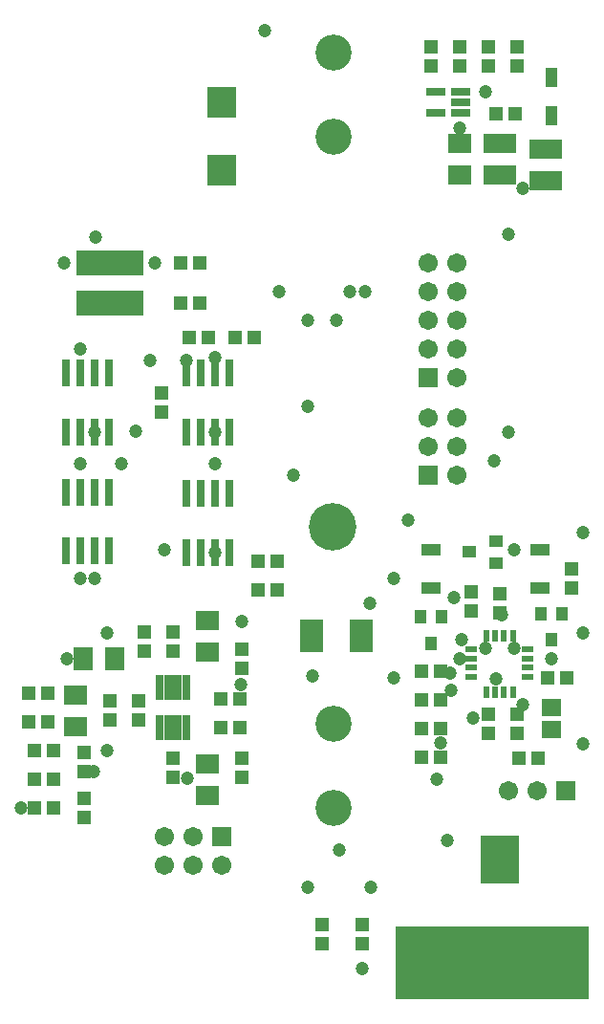
<source format=gts>
%FSLAX24Y24*%
%MOIN*%
G70*
G01*
G75*
%ADD10C,0.0100*%
%ADD11R,0.0394X0.0433*%
%ADD12R,0.0374X0.0354*%
%ADD13R,0.0630X0.0335*%
%ADD14R,0.0315X0.0118*%
%ADD15R,0.0118X0.0315*%
%ADD16R,0.0571X0.0217*%
%ADD17R,0.0236X0.0787*%
%ADD18R,0.0118X0.0787*%
%ADD19R,0.0591X0.0512*%
%ADD20R,0.0354X0.0374*%
%ADD21R,0.0354X0.0374*%
%ADD22R,0.1063X0.0630*%
%ADD23R,0.0433X0.0394*%
%ADD24R,0.0315X0.0630*%
%ADD25R,0.0709X0.0630*%
%ADD26R,0.0433X0.0394*%
%ADD27R,0.0940X0.1000*%
%ADD28R,0.1300X0.1600*%
%ADD29R,0.6693X0.2500*%
%ADD30R,0.0787X0.0787*%
%ADD31R,0.0236X0.0866*%
%ADD32R,0.0236X0.0866*%
%ADD33R,0.0709X0.1063*%
%ADD34R,0.0394X0.0433*%
%ADD35R,0.0374X0.0354*%
%ADD36R,0.0630X0.0709*%
%ADD37C,0.0400*%
%ADD38C,0.0300*%
%ADD39C,0.0200*%
%ADD40C,0.0500*%
%ADD41C,0.0591*%
%ADD42R,0.0591X0.0591*%
%ADD43C,0.1181*%
%ADD44C,0.1181*%
%ADD45C,0.1575*%
%ADD46C,0.0394*%
%ADD47C,0.0394*%
%ADD48R,0.0315X0.0315*%
%ADD49C,0.0098*%
%ADD50C,0.0079*%
%ADD51C,0.0080*%
%ADD52R,0.0474X0.0513*%
%ADD53R,0.0454X0.0434*%
%ADD54R,0.0710X0.0415*%
%ADD55R,0.0395X0.0198*%
%ADD56R,0.0198X0.0395*%
%ADD57R,0.0651X0.0297*%
%ADD58R,0.0316X0.0867*%
%ADD59R,0.0198X0.0867*%
%ADD60R,0.0671X0.0592*%
%ADD61R,0.0434X0.0454*%
%ADD62R,0.0434X0.0454*%
%ADD63R,0.1143X0.0710*%
%ADD64R,0.0513X0.0474*%
%ADD65R,0.0395X0.0710*%
%ADD66R,0.0789X0.0710*%
%ADD67R,0.0513X0.0474*%
%ADD68R,0.1020X0.1080*%
%ADD69R,0.1380X0.1680*%
%ADD70R,0.6773X0.2580*%
%ADD71R,0.0867X0.0867*%
%ADD72R,0.0316X0.0946*%
%ADD73R,0.0316X0.0946*%
%ADD74R,0.0789X0.1143*%
%ADD75R,0.0474X0.0513*%
%ADD76R,0.0454X0.0434*%
%ADD77R,0.0710X0.0789*%
%ADD78C,0.0671*%
%ADD79R,0.0671X0.0671*%
%ADD80C,0.1261*%
%ADD81C,0.1261*%
%ADD82C,0.1655*%
%ADD83C,0.0474*%
%ADD84C,0.0474*%
D52*
X11000Y-31665D02*
D03*
X12400D02*
D03*
X4600Y-24536D02*
D03*
X5800Y-25867D02*
D03*
Y-26536D02*
D03*
X16800Y-1719D02*
D03*
Y-1050D02*
D03*
X2700Y-25667D02*
D03*
Y-26336D02*
D03*
Y-27936D02*
D03*
Y-27267D02*
D03*
X4800Y-21467D02*
D03*
Y-22136D02*
D03*
X5800Y-21467D02*
D03*
Y-22136D02*
D03*
X8200Y-22736D02*
D03*
Y-22067D02*
D03*
X5400Y-13115D02*
D03*
Y-13785D02*
D03*
X17800Y-1050D02*
D03*
Y-1719D02*
D03*
X15800D02*
D03*
X16800Y-24335D02*
D03*
Y-25004D02*
D03*
X19700Y-19935D02*
D03*
Y-19265D02*
D03*
X11000Y-32335D02*
D03*
X12400D02*
D03*
X8200Y-26536D02*
D03*
X3600Y-23867D02*
D03*
X17800Y-25004D02*
D03*
X17200Y-20135D02*
D03*
X14800Y-1719D02*
D03*
X15800Y-1050D02*
D03*
X16200Y-20065D02*
D03*
Y-20735D02*
D03*
D53*
X16137Y-18669D02*
D03*
X17063Y-19043D02*
D03*
D54*
X14800Y-18600D02*
D03*
X18600D02*
D03*
Y-19939D02*
D03*
X14800D02*
D03*
D55*
X16200Y-22069D02*
D03*
Y-22384D02*
D03*
Y-22699D02*
D03*
Y-23014D02*
D03*
X18168D02*
D03*
Y-22699D02*
D03*
Y-22384D02*
D03*
Y-22069D02*
D03*
D56*
X16712Y-23546D02*
D03*
X17027D02*
D03*
X17342D02*
D03*
X17657D02*
D03*
X17027Y-21577D02*
D03*
X17342D02*
D03*
X17657D02*
D03*
X16712D02*
D03*
D57*
X15823Y-3359D02*
D03*
Y-2985D02*
D03*
Y-2611D02*
D03*
X14977D02*
D03*
Y-3359D02*
D03*
D58*
X6246Y-24799D02*
D03*
X5341D02*
D03*
X6246Y-23401D02*
D03*
X5341D02*
D03*
D59*
X5991Y-24801D02*
D03*
X5794D02*
D03*
X5597D02*
D03*
X5991Y-23401D02*
D03*
X5794D02*
D03*
X5597D02*
D03*
X3399Y-8600D02*
D03*
X3596D02*
D03*
X3793D02*
D03*
X3399Y-10000D02*
D03*
X3596D02*
D03*
X3793D02*
D03*
D60*
X19000Y-24095D02*
D03*
Y-24843D02*
D03*
D61*
X19374Y-20807D02*
D03*
X19000Y-21732D02*
D03*
X14800Y-21863D02*
D03*
X15174Y-20937D02*
D03*
D62*
X18626Y-20807D02*
D03*
X14426Y-20937D02*
D03*
D63*
X17200Y-5536D02*
D03*
Y-4433D02*
D03*
X18800Y-5736D02*
D03*
Y-4633D02*
D03*
D64*
X15135Y-25819D02*
D03*
X14465D02*
D03*
X19535Y-23069D02*
D03*
X1435Y-23600D02*
D03*
X8765Y-19000D02*
D03*
X9435D02*
D03*
X8765Y-20000D02*
D03*
X9435D02*
D03*
X965Y-25601D02*
D03*
X1635D02*
D03*
X965Y-26601D02*
D03*
X1635D02*
D03*
X8135Y-24801D02*
D03*
X7465D02*
D03*
X6065Y-8600D02*
D03*
X6735D02*
D03*
X6065Y-10000D02*
D03*
X6735D02*
D03*
X7035Y-11200D02*
D03*
X6365D02*
D03*
X7965D02*
D03*
X8635D02*
D03*
X15135Y-22819D02*
D03*
X14465D02*
D03*
X15135Y-23819D02*
D03*
X14465D02*
D03*
X18535Y-25869D02*
D03*
X17865D02*
D03*
X1435Y-24600D02*
D03*
X965Y-27601D02*
D03*
X8135Y-23801D02*
D03*
X15135Y-24819D02*
D03*
X17735Y-3385D02*
D03*
D65*
X19000Y-2115D02*
D03*
Y-3454D02*
D03*
D66*
X15800Y-4433D02*
D03*
Y-5536D02*
D03*
X7000Y-22152D02*
D03*
Y-21050D02*
D03*
Y-26050D02*
D03*
Y-27152D02*
D03*
X2400Y-23650D02*
D03*
Y-24752D02*
D03*
D67*
X18865Y-23069D02*
D03*
X765Y-23600D02*
D03*
Y-24600D02*
D03*
X1635Y-27601D02*
D03*
X7465Y-23801D02*
D03*
X14465Y-24819D02*
D03*
X17065Y-3385D02*
D03*
D68*
X7500Y-3000D02*
D03*
Y-5360D02*
D03*
D69*
X17200Y-29400D02*
D03*
D70*
X16924Y-32983D02*
D03*
D71*
X2868Y-8600D02*
D03*
X4325D02*
D03*
X2868Y-10000D02*
D03*
X4325D02*
D03*
D72*
X3050Y-16576D02*
D03*
X2550D02*
D03*
X2050D02*
D03*
X3550Y-18624D02*
D03*
X3050D02*
D03*
X2550D02*
D03*
X2050D02*
D03*
X6750Y-12426D02*
D03*
X7250D02*
D03*
X2050Y-14474D02*
D03*
X2550D02*
D03*
X3050D02*
D03*
X3550D02*
D03*
X2050Y-12426D02*
D03*
X2550D02*
D03*
X3050D02*
D03*
X6250Y-14474D02*
D03*
X6750D02*
D03*
X7250D02*
D03*
X7750D02*
D03*
X6250Y-12426D02*
D03*
Y-18674D02*
D03*
X6750D02*
D03*
X7250D02*
D03*
X7750D02*
D03*
X6250Y-16626D02*
D03*
X6750D02*
D03*
X7250D02*
D03*
D73*
X3550Y-16576D02*
D03*
Y-12426D02*
D03*
X7750D02*
D03*
Y-16626D02*
D03*
D74*
X12366Y-21600D02*
D03*
X10634D02*
D03*
D75*
X4600Y-23867D02*
D03*
X8200Y-25867D02*
D03*
X3600Y-24536D02*
D03*
X17800Y-24335D02*
D03*
X17200Y-20804D02*
D03*
X14800Y-1050D02*
D03*
D76*
X17063Y-18295D02*
D03*
D77*
X3751Y-22401D02*
D03*
X2649D02*
D03*
D78*
X15700Y-15000D02*
D03*
X14700D02*
D03*
X17500Y-27000D02*
D03*
X18500D02*
D03*
X15700Y-8600D02*
D03*
X14700D02*
D03*
X15700Y-9600D02*
D03*
X14700D02*
D03*
X15700Y-10600D02*
D03*
X14700D02*
D03*
X15700Y-11600D02*
D03*
X14700D02*
D03*
X15700Y-12600D02*
D03*
X7500Y-29600D02*
D03*
X6500Y-28600D02*
D03*
Y-29600D02*
D03*
X5500Y-28600D02*
D03*
Y-29600D02*
D03*
X15700Y-16000D02*
D03*
X14700Y-14000D02*
D03*
X15700D02*
D03*
D79*
X19500Y-27000D02*
D03*
X14700Y-12600D02*
D03*
X7500Y-28600D02*
D03*
X14700Y-16000D02*
D03*
D80*
X11400Y-24650D02*
D03*
Y-1250D02*
D03*
D81*
Y-27603D02*
D03*
Y-4203D02*
D03*
D82*
X11358Y-17783D02*
D03*
D83*
X12700Y-30350D02*
D03*
X10500D02*
D03*
X17000Y-15500D02*
D03*
X17500Y-14500D02*
D03*
X20100Y-25350D02*
D03*
Y-21500D02*
D03*
Y-18000D02*
D03*
X12650Y-20450D02*
D03*
X10650Y-23000D02*
D03*
X11600Y-29050D02*
D03*
X12400Y-33200D02*
D03*
X7250Y-11900D02*
D03*
X15800Y-22384D02*
D03*
X3035Y-26336D02*
D03*
X5500Y-18600D02*
D03*
X8150Y-23300D02*
D03*
X2100Y-22400D02*
D03*
X3500Y-25600D02*
D03*
X10000Y-16000D02*
D03*
X14000Y-17550D02*
D03*
X10500Y-10600D02*
D03*
X9500Y-9600D02*
D03*
X15863Y-21732D02*
D03*
X4500Y-14450D02*
D03*
X3500Y-21500D02*
D03*
X8200Y-21100D02*
D03*
X6300Y-26550D02*
D03*
X3100Y-7700D02*
D03*
X3050Y-19600D02*
D03*
X15000Y-26600D02*
D03*
X500Y-27601D02*
D03*
X2550Y-19600D02*
D03*
X16250Y-24450D02*
D03*
X2550Y-15600D02*
D03*
X17500Y-7600D02*
D03*
X2550Y-11600D02*
D03*
X15450Y-22900D02*
D03*
X15485Y-23484D02*
D03*
X13500Y-23050D02*
D03*
X10500Y-13600D02*
D03*
X11500Y-10600D02*
D03*
X4000Y-15600D02*
D03*
X7250D02*
D03*
X12500Y-9600D02*
D03*
X11950D02*
D03*
X17700Y-18600D02*
D03*
X13500Y-19600D02*
D03*
X2000Y-8600D02*
D03*
X5150D02*
D03*
X15365Y-28735D02*
D03*
X16700Y-22035D02*
D03*
X17700D02*
D03*
X17050Y-23085D02*
D03*
X7250Y-14474D02*
D03*
X3050D02*
D03*
X7250Y-18674D02*
D03*
X9000Y-500D02*
D03*
X15600Y-20250D02*
D03*
D84*
X17250Y-20850D02*
D03*
X18000Y-24000D02*
D03*
X6250Y-12000D02*
D03*
X5000D02*
D03*
X18000Y-6000D02*
D03*
X15135Y-25319D02*
D03*
X18985Y-22384D02*
D03*
X15800Y-3885D02*
D03*
X16700Y-2635D02*
D03*
M02*

</source>
